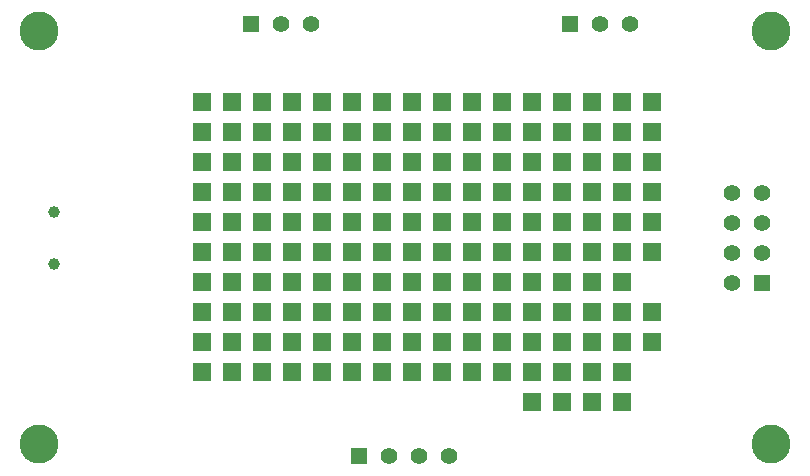
<source format=gbs>
G75*
G70*
%OFA0B0*%
%FSLAX24Y24*%
%IPPOS*%
%LPD*%
%AMOC8*
5,1,8,0,0,1.08239X$1,22.5*
%
%ADD10R,0.0555X0.0555*%
%ADD11C,0.0555*%
%ADD12C,0.0394*%
%ADD13C,0.1300*%
%ADD14R,0.0640X0.0640*%
D10*
X016971Y004598D03*
X030414Y010381D03*
X024008Y019017D03*
X013378Y019017D03*
D11*
X014378Y019017D03*
X015378Y019017D03*
X025008Y019017D03*
X026008Y019017D03*
X029414Y013381D03*
X030414Y013381D03*
X030414Y012381D03*
X029414Y012381D03*
X029414Y011381D03*
X030414Y011381D03*
X029414Y010381D03*
X019971Y004598D03*
X018971Y004598D03*
X017971Y004598D03*
D12*
X006784Y011015D03*
X006784Y012747D03*
D13*
X006292Y004999D03*
X006292Y018779D03*
X030701Y018779D03*
X030701Y004999D03*
D14*
X025717Y006417D03*
X024717Y006417D03*
X023717Y006417D03*
X022717Y006417D03*
X022717Y007417D03*
X023717Y007417D03*
X024717Y007417D03*
X025717Y007417D03*
X025717Y008417D03*
X026717Y008417D03*
X026717Y009417D03*
X025717Y009417D03*
X024717Y009417D03*
X023717Y009417D03*
X022717Y009417D03*
X021717Y009417D03*
X020717Y009417D03*
X019717Y009417D03*
X018717Y009417D03*
X017717Y009417D03*
X016717Y009417D03*
X015717Y009417D03*
X014717Y009417D03*
X013717Y009417D03*
X012717Y009417D03*
X011717Y009417D03*
X011717Y008417D03*
X012717Y008417D03*
X013717Y008417D03*
X014717Y008417D03*
X015717Y008417D03*
X016717Y008417D03*
X017717Y008417D03*
X018717Y008417D03*
X019717Y008417D03*
X020717Y008417D03*
X021717Y008417D03*
X022717Y008417D03*
X023717Y008417D03*
X024717Y008417D03*
X024717Y010417D03*
X025717Y010417D03*
X025717Y011417D03*
X026717Y011417D03*
X026717Y012417D03*
X025717Y012417D03*
X024717Y012417D03*
X023717Y012417D03*
X022717Y012417D03*
X021717Y012417D03*
X020717Y012417D03*
X019717Y012417D03*
X018717Y012417D03*
X017717Y012417D03*
X016717Y012417D03*
X015717Y012417D03*
X014717Y012417D03*
X013717Y012417D03*
X012717Y012417D03*
X011717Y012417D03*
X011717Y013417D03*
X012717Y013417D03*
X012717Y014417D03*
X011717Y014417D03*
X011717Y015417D03*
X012717Y015417D03*
X013717Y015417D03*
X014717Y015417D03*
X015717Y015417D03*
X016717Y015417D03*
X017717Y015417D03*
X018717Y015417D03*
X019717Y015417D03*
X020717Y015417D03*
X021717Y015417D03*
X022717Y015417D03*
X023717Y015417D03*
X024717Y015417D03*
X025717Y015417D03*
X026717Y015417D03*
X026717Y016417D03*
X025717Y016417D03*
X024717Y016417D03*
X023717Y016417D03*
X022717Y016417D03*
X021717Y016417D03*
X020717Y016417D03*
X019717Y016417D03*
X018717Y016417D03*
X017717Y016417D03*
X016717Y016417D03*
X015717Y016417D03*
X014717Y016417D03*
X013717Y016417D03*
X012717Y016417D03*
X011717Y016417D03*
X013717Y014417D03*
X014717Y014417D03*
X015717Y014417D03*
X016717Y014417D03*
X017717Y014417D03*
X018717Y014417D03*
X019717Y014417D03*
X020717Y014417D03*
X021717Y014417D03*
X022717Y014417D03*
X023717Y014417D03*
X024717Y014417D03*
X025717Y014417D03*
X026717Y014417D03*
X026717Y013417D03*
X025717Y013417D03*
X024717Y013417D03*
X023717Y013417D03*
X022717Y013417D03*
X021717Y013417D03*
X020717Y013417D03*
X019717Y013417D03*
X018717Y013417D03*
X017717Y013417D03*
X016717Y013417D03*
X015717Y013417D03*
X014717Y013417D03*
X013717Y013417D03*
X013717Y011417D03*
X014717Y011417D03*
X015717Y011417D03*
X016717Y011417D03*
X017717Y011417D03*
X018717Y011417D03*
X019717Y011417D03*
X020717Y011417D03*
X021717Y011417D03*
X022717Y011417D03*
X023717Y011417D03*
X024717Y011417D03*
X023717Y010417D03*
X022717Y010417D03*
X021717Y010417D03*
X020717Y010417D03*
X019717Y010417D03*
X018717Y010417D03*
X017717Y010417D03*
X016717Y010417D03*
X015717Y010417D03*
X014717Y010417D03*
X013717Y010417D03*
X012717Y010417D03*
X011717Y010417D03*
X011717Y011417D03*
X012717Y011417D03*
X012717Y007417D03*
X011717Y007417D03*
X013717Y007417D03*
X014717Y007417D03*
X015717Y007417D03*
X016717Y007417D03*
X017717Y007417D03*
X018717Y007417D03*
X019717Y007417D03*
X020717Y007417D03*
X021717Y007417D03*
M02*

</source>
